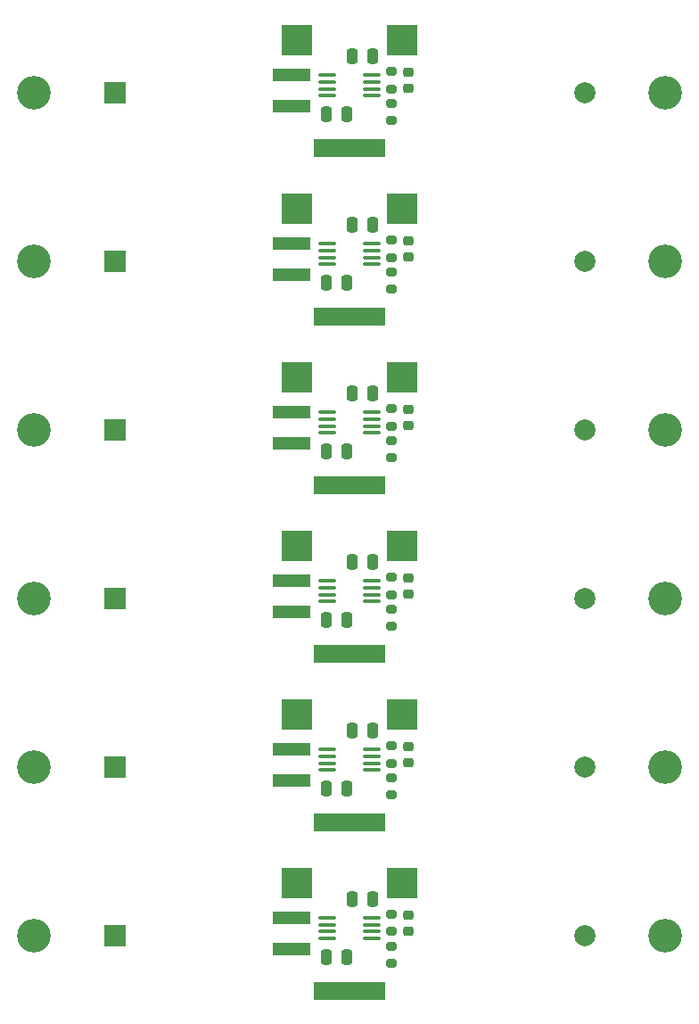
<source format=gts>
G04 #@! TF.GenerationSoftware,KiCad,Pcbnew,6.0.4-6f826c9f35~116~ubuntu20.04.1*
G04 #@! TF.CreationDate,2022-05-04T20:07:54+01:00*
G04 #@! TF.ProjectId,boostAAA-panel,626f6f73-7441-4414-912d-70616e656c2e,rev?*
G04 #@! TF.SameCoordinates,Original*
G04 #@! TF.FileFunction,Soldermask,Top*
G04 #@! TF.FilePolarity,Negative*
%FSLAX46Y46*%
G04 Gerber Fmt 4.6, Leading zero omitted, Abs format (unit mm)*
G04 Created by KiCad (PCBNEW 6.0.4-6f826c9f35~116~ubuntu20.04.1) date 2022-05-04 20:07:54*
%MOMM*%
%LPD*%
G01*
G04 APERTURE LIST*
G04 Aperture macros list*
%AMRoundRect*
0 Rectangle with rounded corners*
0 $1 Rounding radius*
0 $2 $3 $4 $5 $6 $7 $8 $9 X,Y pos of 4 corners*
0 Add a 4 corners polygon primitive as box body*
4,1,4,$2,$3,$4,$5,$6,$7,$8,$9,$2,$3,0*
0 Add four circle primitives for the rounded corners*
1,1,$1+$1,$2,$3*
1,1,$1+$1,$4,$5*
1,1,$1+$1,$6,$7*
1,1,$1+$1,$8,$9*
0 Add four rect primitives between the rounded corners*
20,1,$1+$1,$2,$3,$4,$5,0*
20,1,$1+$1,$4,$5,$6,$7,0*
20,1,$1+$1,$6,$7,$8,$9,0*
20,1,$1+$1,$8,$9,$2,$3,0*%
G04 Aperture macros list end*
%ADD10C,3.200000*%
%ADD11RoundRect,0.250000X-0.250000X-0.475000X0.250000X-0.475000X0.250000X0.475000X-0.250000X0.475000X0*%
%ADD12R,1.700000X1.700000*%
%ADD13R,3.000000X3.000000*%
%ADD14RoundRect,0.225000X-0.250000X0.225000X-0.250000X-0.225000X0.250000X-0.225000X0.250000X0.225000X0*%
%ADD15RoundRect,0.250000X0.250000X0.475000X-0.250000X0.475000X-0.250000X-0.475000X0.250000X-0.475000X0*%
%ADD16RoundRect,0.200000X-0.275000X0.200000X-0.275000X-0.200000X0.275000X-0.200000X0.275000X0.200000X0*%
%ADD17RoundRect,0.100000X0.712500X0.100000X-0.712500X0.100000X-0.712500X-0.100000X0.712500X-0.100000X0*%
%ADD18R,3.600000X1.150000*%
%ADD19R,2.000000X2.000000*%
%ADD20C,2.000000*%
G04 APERTURE END LIST*
G04 #@! TO.C,SW1*
G36*
X49198446Y-108050000D02*
G01*
X48248446Y-108050000D01*
X48248446Y-106350000D01*
X49198446Y-106350000D01*
X49198446Y-108050000D01*
G37*
G36*
X51733446Y-108050000D02*
G01*
X50783446Y-108050000D01*
X50783446Y-106350000D01*
X51733446Y-106350000D01*
X51733446Y-108050000D01*
G37*
G36*
X49198446Y-28050000D02*
G01*
X48248446Y-28050000D01*
X48248446Y-26350000D01*
X49198446Y-26350000D01*
X49198446Y-28050000D01*
G37*
G36*
X51733446Y-28050000D02*
G01*
X50783446Y-28050000D01*
X50783446Y-26350000D01*
X51733446Y-26350000D01*
X51733446Y-28050000D01*
G37*
G36*
X51733446Y-92050000D02*
G01*
X50783446Y-92050000D01*
X50783446Y-90350000D01*
X51733446Y-90350000D01*
X51733446Y-92050000D01*
G37*
G36*
X49198446Y-92050000D02*
G01*
X48248446Y-92050000D01*
X48248446Y-90350000D01*
X49198446Y-90350000D01*
X49198446Y-92050000D01*
G37*
G36*
X51733446Y-44050000D02*
G01*
X50783446Y-44050000D01*
X50783446Y-42350000D01*
X51733446Y-42350000D01*
X51733446Y-44050000D01*
G37*
G36*
X49198446Y-44050000D02*
G01*
X48248446Y-44050000D01*
X48248446Y-42350000D01*
X49198446Y-42350000D01*
X49198446Y-44050000D01*
G37*
G36*
X49198446Y-76050000D02*
G01*
X48248446Y-76050000D01*
X48248446Y-74350000D01*
X49198446Y-74350000D01*
X49198446Y-76050000D01*
G37*
G36*
X51733446Y-76050000D02*
G01*
X50783446Y-76050000D01*
X50783446Y-74350000D01*
X51733446Y-74350000D01*
X51733446Y-76050000D01*
G37*
G36*
X51733446Y-60050000D02*
G01*
X50783446Y-60050000D01*
X50783446Y-58350000D01*
X51733446Y-58350000D01*
X51733446Y-60050000D01*
G37*
G36*
X49198446Y-60050000D02*
G01*
X48248446Y-60050000D01*
X48248446Y-58350000D01*
X49198446Y-58350000D01*
X49198446Y-60050000D01*
G37*
G04 #@! TD*
D10*
G04 #@! TO.C,H2*
X79998446Y-70000000D03*
G04 #@! TD*
D11*
G04 #@! TO.C,C1*
X47835946Y-24025000D03*
X49735946Y-24025000D03*
G04 #@! TD*
G04 #@! TO.C,C1*
X47835946Y-88025000D03*
X49735946Y-88025000D03*
G04 #@! TD*
D12*
G04 #@! TO.C,SW1*
X52523446Y-107200000D03*
X49983446Y-107200000D03*
X47443446Y-107200000D03*
G04 #@! TD*
D13*
G04 #@! TO.C,TP1*
X54998446Y-49000000D03*
G04 #@! TD*
D12*
G04 #@! TO.C,SW1*
X52523446Y-27200000D03*
X49983446Y-27200000D03*
X47443446Y-27200000D03*
G04 #@! TD*
D14*
G04 #@! TO.C,C3*
X55598446Y-36000000D03*
X55598446Y-37550000D03*
G04 #@! TD*
D10*
G04 #@! TO.C,H2*
X79998446Y-22000000D03*
G04 #@! TD*
D11*
G04 #@! TO.C,C1*
X47835946Y-56025000D03*
X49735946Y-56025000D03*
G04 #@! TD*
D15*
G04 #@! TO.C,C2*
X52198446Y-98475000D03*
X50298446Y-98475000D03*
G04 #@! TD*
D13*
G04 #@! TO.C,TP1*
X54998446Y-81000000D03*
G04 #@! TD*
D16*
G04 #@! TO.C,R1*
X53998446Y-67950000D03*
X53998446Y-69600000D03*
G04 #@! TD*
D13*
G04 #@! TO.C,TP1*
X54998446Y-17000000D03*
G04 #@! TD*
G04 #@! TO.C,TP1*
X54998446Y-97000000D03*
G04 #@! TD*
D17*
G04 #@! TO.C,U1*
X52098446Y-102250000D03*
X52098446Y-101600000D03*
X52098446Y-100950000D03*
X52098446Y-100300000D03*
X47873446Y-100300000D03*
X47873446Y-100950000D03*
X47873446Y-101600000D03*
X47873446Y-102250000D03*
G04 #@! TD*
D10*
G04 #@! TO.C,H1*
X19998446Y-38000000D03*
G04 #@! TD*
D13*
G04 #@! TO.C,TP2*
X44998446Y-97000000D03*
G04 #@! TD*
D18*
G04 #@! TO.C,L1*
X44498446Y-71225000D03*
X44498446Y-68275000D03*
G04 #@! TD*
D17*
G04 #@! TO.C,U1*
X52098446Y-70250000D03*
X52098446Y-69600000D03*
X52098446Y-68950000D03*
X52098446Y-68300000D03*
X47873446Y-68300000D03*
X47873446Y-68950000D03*
X47873446Y-69600000D03*
X47873446Y-70250000D03*
G04 #@! TD*
D13*
G04 #@! TO.C,TP1*
X54998446Y-65000000D03*
G04 #@! TD*
D10*
G04 #@! TO.C,H2*
X79998446Y-54000000D03*
G04 #@! TD*
D12*
G04 #@! TO.C,SW1*
X52523446Y-91200000D03*
X49983446Y-91200000D03*
X47443446Y-91200000D03*
G04 #@! TD*
D13*
G04 #@! TO.C,TP2*
X44998446Y-33000000D03*
G04 #@! TD*
D17*
G04 #@! TO.C,U1*
X52098446Y-54250000D03*
X52098446Y-53600000D03*
X52098446Y-52950000D03*
X52098446Y-52300000D03*
X47873446Y-52300000D03*
X47873446Y-52950000D03*
X47873446Y-53600000D03*
X47873446Y-54250000D03*
G04 #@! TD*
D16*
G04 #@! TO.C,R2*
X53998446Y-70975000D03*
X53998446Y-72625000D03*
G04 #@! TD*
D13*
G04 #@! TO.C,TP2*
X44998446Y-49000000D03*
G04 #@! TD*
D15*
G04 #@! TO.C,C2*
X52198446Y-34475000D03*
X50298446Y-34475000D03*
G04 #@! TD*
D10*
G04 #@! TO.C,H2*
X79998446Y-38000000D03*
G04 #@! TD*
D12*
G04 #@! TO.C,SW1*
X52523446Y-43200000D03*
X49983446Y-43200000D03*
X47443446Y-43200000D03*
G04 #@! TD*
D16*
G04 #@! TO.C,R1*
X53998446Y-35950000D03*
X53998446Y-37600000D03*
G04 #@! TD*
D14*
G04 #@! TO.C,C3*
X55598446Y-20000000D03*
X55598446Y-21550000D03*
G04 #@! TD*
D10*
G04 #@! TO.C,H1*
X19998446Y-54000000D03*
G04 #@! TD*
D18*
G04 #@! TO.C,L1*
X44498446Y-55225000D03*
X44498446Y-52275000D03*
G04 #@! TD*
D16*
G04 #@! TO.C,R2*
X53998446Y-86975000D03*
X53998446Y-88625000D03*
G04 #@! TD*
D10*
G04 #@! TO.C,H1*
X19998446Y-102000000D03*
G04 #@! TD*
D13*
G04 #@! TO.C,TP2*
X44998446Y-65000000D03*
G04 #@! TD*
D16*
G04 #@! TO.C,R1*
X53998446Y-99950000D03*
X53998446Y-101600000D03*
G04 #@! TD*
D11*
G04 #@! TO.C,C1*
X47835946Y-40025000D03*
X49735946Y-40025000D03*
G04 #@! TD*
D14*
G04 #@! TO.C,C3*
X55598446Y-68000000D03*
X55598446Y-69550000D03*
G04 #@! TD*
D18*
G04 #@! TO.C,L1*
X44498446Y-39225000D03*
X44498446Y-36275000D03*
G04 #@! TD*
D17*
G04 #@! TO.C,U1*
X52098446Y-86250000D03*
X52098446Y-85600000D03*
X52098446Y-84950000D03*
X52098446Y-84300000D03*
X47873446Y-84300000D03*
X47873446Y-84950000D03*
X47873446Y-85600000D03*
X47873446Y-86250000D03*
G04 #@! TD*
D14*
G04 #@! TO.C,C3*
X55598446Y-84000000D03*
X55598446Y-85550000D03*
G04 #@! TD*
D13*
G04 #@! TO.C,TP2*
X44998446Y-81000000D03*
G04 #@! TD*
D18*
G04 #@! TO.C,L1*
X44498446Y-23225000D03*
X44498446Y-20275000D03*
G04 #@! TD*
D10*
G04 #@! TO.C,H1*
X19998446Y-70000000D03*
G04 #@! TD*
D14*
G04 #@! TO.C,C3*
X55598446Y-100000000D03*
X55598446Y-101550000D03*
G04 #@! TD*
D10*
G04 #@! TO.C,H1*
X19998446Y-86000000D03*
G04 #@! TD*
D18*
G04 #@! TO.C,L1*
X44498446Y-103225000D03*
X44498446Y-100275000D03*
G04 #@! TD*
D16*
G04 #@! TO.C,R2*
X53998446Y-22975000D03*
X53998446Y-24625000D03*
G04 #@! TD*
D13*
G04 #@! TO.C,TP2*
X44998446Y-17000000D03*
G04 #@! TD*
D15*
G04 #@! TO.C,C2*
X52198446Y-18475000D03*
X50298446Y-18475000D03*
G04 #@! TD*
D12*
G04 #@! TO.C,SW1*
X52523446Y-75200000D03*
X49983446Y-75200000D03*
X47443446Y-75200000D03*
G04 #@! TD*
D16*
G04 #@! TO.C,R1*
X53998446Y-19950000D03*
X53998446Y-21600000D03*
G04 #@! TD*
D17*
G04 #@! TO.C,U1*
X52098446Y-38250000D03*
X52098446Y-37600000D03*
X52098446Y-36950000D03*
X52098446Y-36300000D03*
X47873446Y-36300000D03*
X47873446Y-36950000D03*
X47873446Y-37600000D03*
X47873446Y-38250000D03*
G04 #@! TD*
D10*
G04 #@! TO.C,H1*
X19998446Y-22000000D03*
G04 #@! TD*
D15*
G04 #@! TO.C,C2*
X52198446Y-82475000D03*
X50298446Y-82475000D03*
G04 #@! TD*
D11*
G04 #@! TO.C,C1*
X47835946Y-72025000D03*
X49735946Y-72025000D03*
G04 #@! TD*
D15*
G04 #@! TO.C,C2*
X52198446Y-50475000D03*
X50298446Y-50475000D03*
G04 #@! TD*
G04 #@! TO.C,C2*
X52198446Y-66475000D03*
X50298446Y-66475000D03*
G04 #@! TD*
D16*
G04 #@! TO.C,R2*
X53998446Y-102975000D03*
X53998446Y-104625000D03*
G04 #@! TD*
G04 #@! TO.C,R2*
X53998446Y-54975000D03*
X53998446Y-56625000D03*
G04 #@! TD*
D14*
G04 #@! TO.C,C3*
X55598446Y-52000000D03*
X55598446Y-53550000D03*
G04 #@! TD*
D16*
G04 #@! TO.C,R2*
X53998446Y-38975000D03*
X53998446Y-40625000D03*
G04 #@! TD*
G04 #@! TO.C,R1*
X53998446Y-51950000D03*
X53998446Y-53600000D03*
G04 #@! TD*
D17*
G04 #@! TO.C,U1*
X52098446Y-22250000D03*
X52098446Y-21600000D03*
X52098446Y-20950000D03*
X52098446Y-20300000D03*
X47873446Y-20300000D03*
X47873446Y-20950000D03*
X47873446Y-21600000D03*
X47873446Y-22250000D03*
G04 #@! TD*
D10*
G04 #@! TO.C,H2*
X79998446Y-86000000D03*
G04 #@! TD*
D12*
G04 #@! TO.C,SW1*
X52523446Y-59200000D03*
X49983446Y-59200000D03*
X47443446Y-59200000D03*
G04 #@! TD*
D13*
G04 #@! TO.C,TP1*
X54998446Y-33000000D03*
G04 #@! TD*
D16*
G04 #@! TO.C,R1*
X53998446Y-83950000D03*
X53998446Y-85600000D03*
G04 #@! TD*
D18*
G04 #@! TO.C,L1*
X44498446Y-87225000D03*
X44498446Y-84275000D03*
G04 #@! TD*
D10*
G04 #@! TO.C,H2*
X79998446Y-102000000D03*
G04 #@! TD*
D11*
G04 #@! TO.C,C1*
X47835946Y-104025000D03*
X49735946Y-104025000D03*
G04 #@! TD*
D19*
G04 #@! TO.C,BT1*
X27698446Y-102000000D03*
D20*
X72398446Y-102000000D03*
G04 #@! TD*
D19*
G04 #@! TO.C,BT1*
X27698446Y-86000000D03*
D20*
X72398446Y-86000000D03*
G04 #@! TD*
D19*
G04 #@! TO.C,BT1*
X27698446Y-54000000D03*
D20*
X72398446Y-54000000D03*
G04 #@! TD*
D19*
G04 #@! TO.C,BT1*
X27698446Y-22000000D03*
D20*
X72398446Y-22000000D03*
G04 #@! TD*
D19*
G04 #@! TO.C,BT1*
X27698446Y-38000000D03*
D20*
X72398446Y-38000000D03*
G04 #@! TD*
D19*
G04 #@! TO.C,BT1*
X27698446Y-70000000D03*
D20*
X72398446Y-70000000D03*
G04 #@! TD*
M02*

</source>
